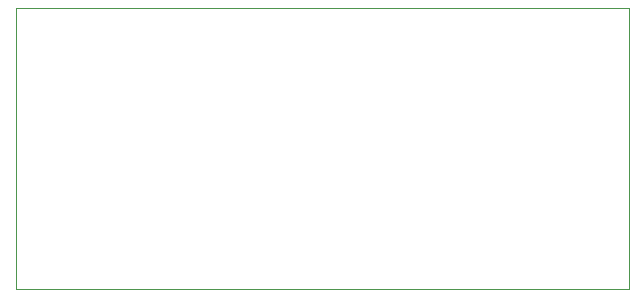
<source format=gbr>
G04 #@! TF.GenerationSoftware,KiCad,Pcbnew,5.1.10-88a1d61d58~88~ubuntu20.04.1*
G04 #@! TF.CreationDate,2021-05-20T13:29:31-04:00*
G04 #@! TF.ProjectId,hexdisplay8,68657864-6973-4706-9c61-79382e6b6963,rev?*
G04 #@! TF.SameCoordinates,Original*
G04 #@! TF.FileFunction,Profile,NP*
%FSLAX46Y46*%
G04 Gerber Fmt 4.6, Leading zero omitted, Abs format (unit mm)*
G04 Created by KiCad (PCBNEW 5.1.10-88a1d61d58~88~ubuntu20.04.1) date 2021-05-20 13:29:31*
%MOMM*%
%LPD*%
G01*
G04 APERTURE LIST*
G04 #@! TA.AperFunction,Profile*
%ADD10C,0.050000*%
G04 #@! TD*
G04 APERTURE END LIST*
D10*
X188000000Y-122000000D02*
X136100000Y-122000000D01*
X188000000Y-98200000D02*
X136400000Y-98200000D01*
X188000000Y-122000000D02*
X188000000Y-98200000D01*
X136100000Y-98200000D02*
X136100000Y-122000000D01*
X136400000Y-98200000D02*
X136100000Y-98200000D01*
M02*

</source>
